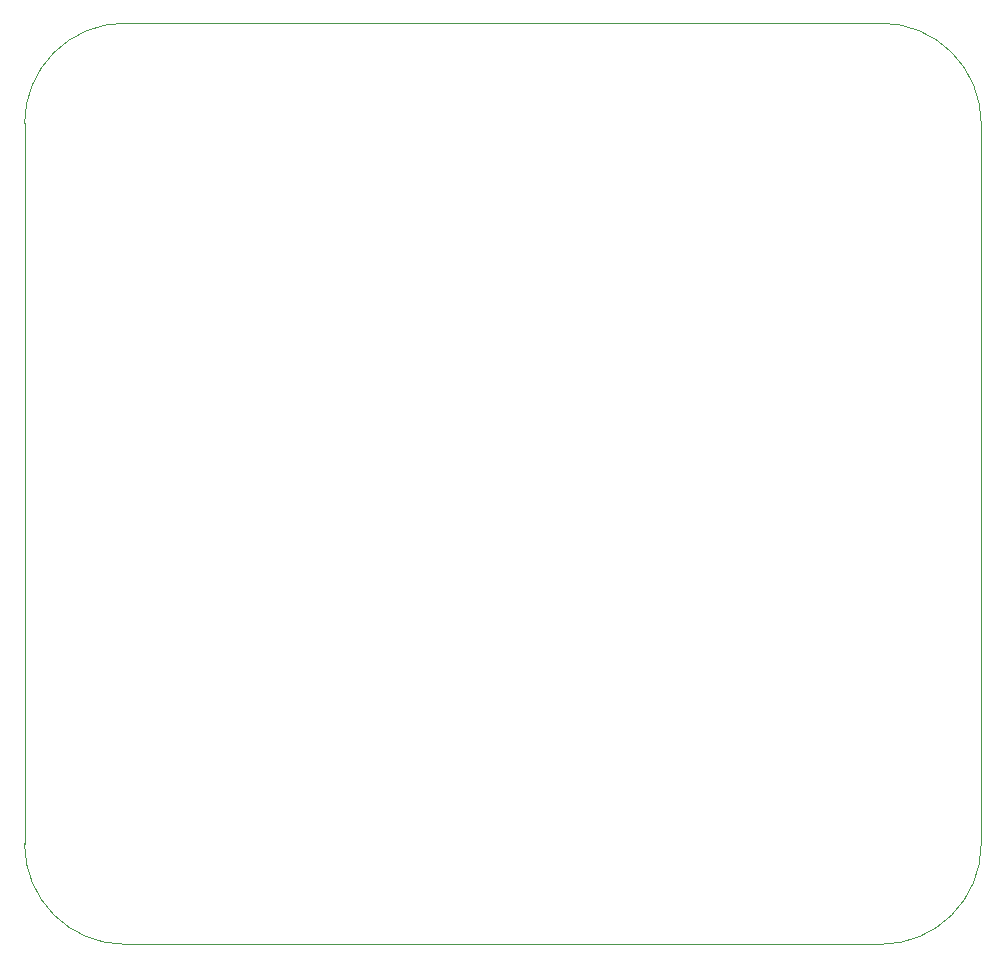
<source format=gbr>
G04 #@! TF.GenerationSoftware,KiCad,Pcbnew,(5.0.1)-4*
G04 #@! TF.CreationDate,2021-03-19T14:51:55+02:00*
G04 #@! TF.ProjectId,Jekabs_ilja_Sumo_Test_Motherboard,4A656B6162735F696C6A615F53756D6F,rev?*
G04 #@! TF.SameCoordinates,Original*
G04 #@! TF.FileFunction,Profile,NP*
%FSLAX46Y46*%
G04 Gerber Fmt 4.6, Leading zero omitted, Abs format (unit mm)*
G04 Created by KiCad (PCBNEW (5.0.1)-4) date 2021.03.19. 14:51:55*
%MOMM*%
%LPD*%
G01*
G04 APERTURE LIST*
%ADD10C,0.100000*%
G04 APERTURE END LIST*
D10*
X171500000Y-135000000D02*
X171500000Y-74000000D01*
X99000000Y-143500000D02*
X163000000Y-143500000D01*
X90500000Y-74000000D02*
X90500000Y-135000000D01*
X163000000Y-65500000D02*
X99000000Y-65500000D01*
X90500000Y-74000000D02*
G75*
G02X99000000Y-65500000I8500000J0D01*
G01*
X99000000Y-143500000D02*
G75*
G02X90500000Y-135000000I0J8500000D01*
G01*
X171500000Y-135000000D02*
G75*
G02X163000000Y-143500000I-8500000J0D01*
G01*
X163000000Y-65500000D02*
G75*
G02X171500000Y-74000000I0J-8500000D01*
G01*
M02*

</source>
